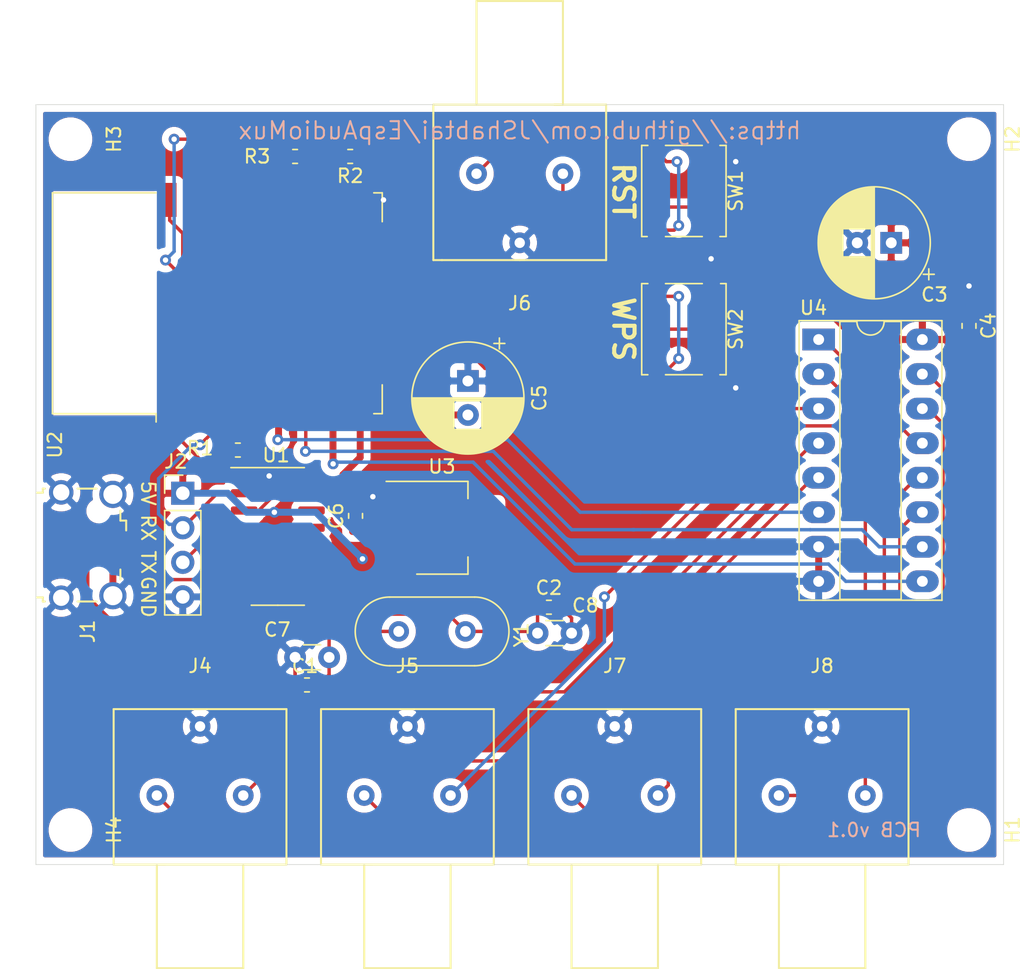
<source format=kicad_pcb>
(kicad_pcb (version 20171130) (host pcbnew 5.1.2)
  (title_block (title "ESP Audio Mux") (rev 0.1) (comment 3 "License: TODO") (comment 4 "Author: Joshua Shabtai"))
  (layers (0 F.Cu signal) (31 B.Cu signal) (34 B.Paste user) (35 F.Paste user) (36 B.SilkS user) (37 F.SilkS user) (38 B.Mask user) (39 F.Mask user) (44 Edge.Cuts user))
  (net 0 "")
  (net 1 GND)
  (net 2 "Net-(C1-Pad1)")
  (net 3 "Net-(C2-Pad1)")
  (net 4 +5V)
  (net 5 +3V3)
  (net 6 "Net-(J1-Pad4)")
  (net 7 "Net-(J1-Pad3)")
  (net 8 "Net-(J1-Pad2)")
  (net 9 /TX)
  (net 10 /RX)
  (net 11 "Net-(J4-Pad2)")
  (net 12 "Net-(J4-Pad1)")
  (net 13 "Net-(J5-Pad2)")
  (net 14 "Net-(J5-Pad1)")
  (net 15 "Net-(J6-Pad2)")
  (net 16 "Net-(J6-Pad1)")
  (net 17 "Net-(J7-Pad2)")
  (net 18 "Net-(J7-Pad1)")
  (net 19 "Net-(J8-Pad2)")
  (net 20 "Net-(J8-Pad1)")
  (net 21 "Net-(R1-Pad1)")
  (net 22 "Net-(R2-Pad2)")
  (net 23 "Net-(R3-Pad1)")
  (net 24 "Net-(SW1-Pad2)")
  (net 25 "Net-(SW2-Pad1)")
  (net 26 "Net-(U1-Pad15)")
  (net 27 "Net-(U2-Pad20)")
  (net 28 "Net-(U2-Pad19)")
  (net 29 "Net-(U2-Pad14)")
  (net 30 "Net-(U2-Pad13)")
  (net 31 "Net-(U2-Pad12)")
  (net 32 "Net-(U2-Pad11)")
  (net 33 "Net-(U2-Pad10)")
  (net 34 "Net-(U2-Pad9)")
  (net 35 /B)
  (net 36 /A)
  (net 37 /MUX_EN)
  (net 38 "Net-(U2-Pad4)")
  (net 39 "Net-(U2-Pad2)")
  (net 40 "Net-(U1-Pad14)")
  (net 41 "Net-(U1-Pad13)")
  (net 42 "Net-(U1-Pad12)")
  (net 43 "Net-(U1-Pad11)")
  (net 44 "Net-(U1-Pad10)")
  (net 45 "Net-(U1-Pad9)")
  (module Capacitor_SMD:C_0603_1608Metric_Pad1.05x0.95mm_HandSolder (layer F.Cu) (at 225.03 129.667)
    (fp_text reference C2 (at 0 -1.43) (layer F.SilkS))
    (fp_text value 22p)
    (pad 2 smd roundrect (at 0.875 0) (size 1.05 0.95) (layers F.Cu F.Paste F.Mask) (net 1 GND))
    (pad 1 smd roundrect (at -0.875 0) (size 1.05 0.95) (layers F.Cu F.Paste F.Mask) (net 3 "Net-(C2-Pad1)"))
  )
  (module Crystal:Crystal_HC18-U_Vertical (layer F.Cu) (at 213.995 131.445)
    (fp_text reference Y1 (at 9.017 0.254 270) (layer F.SilkS))
    (fp_text value 12MHz)
    (pad 2 thru_hole circle (at 4.9 0) (size 1.5 1.5) (drill 0.8) (layers *.Cu *.Mask) (net 3 "Net-(C2-Pad1)"))
    (pad 1 thru_hole circle (at 0 0) (size 1.5 1.5) (drill 0.8) (layers *.Cu *.Mask) (net 2 "Net-(C1-Pad1)"))
  )
  (module Package_DIP:DIP-16_W7.62mm_Socket_LongPads (layer F.Cu) (at 244.856 109.982)
    (fp_text reference U4 (at -0.381 -2.33) (layer F.SilkS))
    (fp_text value 4052)
    (pad 16 thru_hole oval (at 7.62 0) (size 2.4 1.6) (drill 0.8) (layers *.Cu *.Mask) (net 4 +5V))
    (pad 8 thru_hole oval (at 0 17.78) (size 2.4 1.6) (drill 0.8) (layers *.Cu *.Mask) (net 1 GND))
    (pad 15 thru_hole oval (at 7.62 2.54) (size 2.4 1.6) (drill 0.8) (layers *.Cu *.Mask) (net 13 "Net-(J5-Pad2)"))
    (pad 7 thru_hole oval (at 0 15.24) (size 2.4 1.6) (drill 0.8) (layers *.Cu *.Mask) (net 1 GND))
    (pad 14 thru_hole oval (at 7.62 5.08) (size 2.4 1.6) (drill 0.8) (layers *.Cu *.Mask) (net 17 "Net-(J7-Pad2)"))
    (pad 6 thru_hole oval (at 0 12.7) (size 2.4 1.6) (drill 0.8) (layers *.Cu *.Mask) (net 37 /MUX_EN))
    (pad 13 thru_hole oval (at 7.62 7.62) (size 2.4 1.6) (drill 0.8) (layers *.Cu *.Mask) (net 16 "Net-(J6-Pad1)"))
    (pad 5 thru_hole oval (at 0 10.16) (size 2.4 1.6) (drill 0.8) (layers *.Cu *.Mask) (net 18 "Net-(J7-Pad1)"))
    (pad 12 thru_hole oval (at 7.62 10.16) (size 2.4 1.6) (drill 0.8) (layers *.Cu *.Mask) (net 19 "Net-(J8-Pad2)"))
    (pad 4 thru_hole oval (at 0 7.62) (size 2.4 1.6) (drill 0.8) (layers *.Cu *.Mask) (net 12 "Net-(J4-Pad1)"))
    (pad 11 thru_hole oval (at 7.62 12.7) (size 2.4 1.6) (drill 0.8) (layers *.Cu *.Mask) (net 11 "Net-(J4-Pad2)"))
    (pad 3 thru_hole oval (at 0 5.08) (size 2.4 1.6) (drill 0.8) (layers *.Cu *.Mask) (net 15 "Net-(J6-Pad2)"))
    (pad 10 thru_hole oval (at 7.62 15.24) (size 2.4 1.6) (drill 0.8) (layers *.Cu *.Mask) (net 36 /A))
    (pad 2 thru_hole oval (at 0 2.54) (size 2.4 1.6) (drill 0.8) (layers *.Cu *.Mask) (net 14 "Net-(J5-Pad1)"))
    (pad 9 thru_hole oval (at 7.62 17.78) (size 2.4 1.6) (drill 0.8) (layers *.Cu *.Mask) (net 35 /B))
    (pad 1 thru_hole rect (at 0 0) (size 2.4 1.6) (drill 0.8) (layers *.Cu *.Mask) (net 20 "Net-(J8-Pad1)"))
  )
  (module Package_TO_SOT_SMD:SOT-223-3_TabPin2 (layer F.Cu) (at 217.17 123.825)
    (fp_text reference U3 (at 0 -4.5) (layer F.SilkS))
    (fp_text value AMS1117-3.3)
    (pad 1 smd rect (at -3.15 -2.3) (size 2 1.5) (layers F.Cu F.Paste F.Mask) (net 1 GND))
    (pad 3 smd rect (at -3.15 2.3) (size 2 1.5) (layers F.Cu F.Paste F.Mask) (net 4 +5V))
    (pad 2 smd rect (at -3.15 0) (size 2 1.5) (layers F.Cu F.Paste F.Mask) (net 5 +3V3))
    (pad 2 smd rect (at 3.15 0) (size 2 3.8) (layers F.Cu F.Paste F.Mask) (net 5 +3V3))
  )
  (module RF_Module:ESP-12E (layer F.Cu) (at 200.66 107.315 90)
    (fp_text reference U2 (at -10.414 -11.938 90) (layer F.SilkS))
    (fp_text value ESP-12F)
    (pad 22 smd rect (at 7.6 -3.5 90) (size 2.5 1) (layers F.Cu F.Paste F.Mask) (net 9 /TX))
    (pad 21 smd rect (at 7.6 -1.5 90) (size 2.5 1) (layers F.Cu F.Paste F.Mask) (net 10 /RX))
    (pad 20 smd rect (at 7.6 0.5 90) (size 2.5 1) (layers F.Cu F.Paste F.Mask) (net 27 "Net-(U2-Pad20)"))
    (pad 19 smd rect (at 7.6 2.5 90) (size 2.5 1) (layers F.Cu F.Paste F.Mask) (net 28 "Net-(U2-Pad19)"))
    (pad 18 smd rect (at 7.6 4.5 90) (size 2.5 1) (layers F.Cu F.Paste F.Mask) (net 25 "Net-(SW2-Pad1)"))
    (pad 17 smd rect (at 7.6 6.5 90) (size 2.5 1) (layers F.Cu F.Paste F.Mask) (net 23 "Net-(R3-Pad1)"))
    (pad 16 smd rect (at 7.6 8.5 90) (size 2.5 1) (layers F.Cu F.Paste F.Mask) (net 22 "Net-(R2-Pad2)"))
    (pad 15 smd rect (at 7.6 10.5 90) (size 2.5 1) (layers F.Cu F.Paste F.Mask) (net 1 GND))
    (pad 14 smd rect (at 5 12 90) (size 1 1.8) (layers F.Cu F.Paste F.Mask) (net 29 "Net-(U2-Pad14)"))
    (pad 13 smd rect (at 3 12 90) (size 1 1.8) (layers F.Cu F.Paste F.Mask) (net 30 "Net-(U2-Pad13)"))
    (pad 12 smd rect (at 1 12 90) (size 1 1.8) (layers F.Cu F.Paste F.Mask) (net 31 "Net-(U2-Pad12)"))
    (pad 11 smd rect (at -1 12 90) (size 1 1.8) (layers F.Cu F.Paste F.Mask) (net 32 "Net-(U2-Pad11)"))
    (pad 10 smd rect (at -3 12 90) (size 1 1.8) (layers F.Cu F.Paste F.Mask) (net 33 "Net-(U2-Pad10)"))
    (pad 9 smd rect (at -5 12 90) (size 1 1.8) (layers F.Cu F.Paste F.Mask) (net 34 "Net-(U2-Pad9)"))
    (pad 8 smd rect (at -7.6 10.5 90) (size 2.5 1) (layers F.Cu F.Paste F.Mask) (net 5 +3V3))
    (pad 7 smd rect (at -7.6 8.5 90) (size 2.5 1) (layers F.Cu F.Paste F.Mask) (net 35 /B))
    (pad 6 smd rect (at -7.6 6.5 90) (size 2.5 1) (layers F.Cu F.Paste F.Mask) (net 36 /A))
    (pad 5 smd rect (at -7.6 4.5 90) (size 2.5 1) (layers F.Cu F.Paste F.Mask) (net 37 /MUX_EN))
    (pad 4 smd rect (at -7.6 2.5 90) (size 2.5 1) (layers F.Cu F.Paste F.Mask) (net 38 "Net-(U2-Pad4)"))
    (pad 3 smd rect (at -7.6 0.5 90) (size 2.5 1) (layers F.Cu F.Paste F.Mask) (net 21 "Net-(R1-Pad1)"))
    (pad 2 smd rect (at -7.6 -1.5 90) (size 2.5 1) (layers F.Cu F.Paste F.Mask) (net 39 "Net-(U2-Pad2)"))
    (pad 1 smd rect (at -7.6 -3.5 90) (size 2.5 1) (layers F.Cu F.Paste F.Mask) (net 24 "Net-(SW1-Pad2)"))
  )
  (module Package_SO:SOIC-16_3.9x9.9mm_P1.27mm (layer F.Cu) (at 205.105 124.46)
    (fp_text reference U1 (at -0.127 -5.969) (layer F.SilkS))
    (fp_text value CH340G)
    (pad 16 smd roundrect (at 2.475 -4.445) (size 1.95 0.6) (layers F.Cu F.Paste F.Mask) (net 4 +5V))
    (pad 15 smd roundrect (at 2.475 -3.175) (size 1.95 0.6) (layers F.Cu F.Paste F.Mask) (net 26 "Net-(U1-Pad15)"))
    (pad 14 smd roundrect (at 2.475 -1.905) (size 1.95 0.6) (layers F.Cu F.Paste F.Mask) (net 40 "Net-(U1-Pad14)"))
    (pad 13 smd roundrect (at 2.475 -0.635) (size 1.95 0.6) (layers F.Cu F.Paste F.Mask) (net 41 "Net-(U1-Pad13)"))
    (pad 12 smd roundrect (at 2.475 0.635) (size 1.95 0.6) (layers F.Cu F.Paste F.Mask) (net 42 "Net-(U1-Pad12)"))
    (pad 11 smd roundrect (at 2.475 1.905) (size 1.95 0.6) (layers F.Cu F.Paste F.Mask) (net 43 "Net-(U1-Pad11)"))
    (pad 10 smd roundrect (at 2.475 3.175) (size 1.95 0.6) (layers F.Cu F.Paste F.Mask) (net 44 "Net-(U1-Pad10)"))
    (pad 9 smd roundrect (at 2.475 4.445) (size 1.95 0.6) (layers F.Cu F.Paste F.Mask) (net 45 "Net-(U1-Pad9)"))
    (pad 8 smd roundrect (at -2.475 4.445) (size 1.95 0.6) (layers F.Cu F.Paste F.Mask) (net 3 "Net-(C2-Pad1)"))
    (pad 7 smd roundrect (at -2.475 3.175) (size 1.95 0.6) (layers F.Cu F.Paste F.Mask) (net 2 "Net-(C1-Pad1)"))
    (pad 6 smd roundrect (at -2.475 1.905) (size 1.95 0.6) (layers F.Cu F.Paste F.Mask) (net 8 "Net-(J1-Pad2)"))
    (pad 5 smd roundrect (at -2.475 0.635) (size 1.95 0.6) (layers F.Cu F.Paste F.Mask) (net 7 "Net-(J1-Pad3)"))
    (pad 4 smd roundrect (at -2.475 -0.635) (size 1.95 0.6) (layers F.Cu F.Paste F.Mask) (net 4 +5V))
    (pad 3 smd roundrect (at -2.475 -1.905) (size 1.95 0.6) (layers F.Cu F.Paste F.Mask) (net 9 /TX))
    (pad 2 smd roundrect (at -2.475 -3.175) (size 1.95 0.6) (layers F.Cu F.Paste F.Mask) (net 10 /RX))
    (pad 1 smd roundrect (at -2.475 -4.445) (size 1.95 0.6) (layers F.Cu F.Paste F.Mask) (net 1 GND))
  )
  (module Button_Switch_SMD:SW_SPST_EVQP0 (layer F.Cu) (at 234.95 109.22 90)
    (fp_text reference SW2 (at 0 3.81 90) (layer F.SilkS))
    (fp_text value SW_SPST)
    (pad 2 smd rect (at 2.88 2 90) (size 2.75 1) (layers F.Cu F.Paste F.Mask) (net 1 GND))
    (pad 2 smd rect (at -2.88 2 90) (size 2.75 1) (layers F.Cu F.Paste F.Mask) (net 1 GND))
    (pad 1 smd rect (at -2.88 -2 90) (size 2.75 1) (layers F.Cu F.Paste F.Mask) (net 25 "Net-(SW2-Pad1)"))
    (pad 1 smd rect (at 2.88 -2 90) (size 2.75 1) (layers F.Cu F.Paste F.Mask) (net 25 "Net-(SW2-Pad1)"))
  )
  (module Button_Switch_SMD:SW_SPST_EVQP0 (layer F.Cu) (at 234.95 99.06 270)
    (fp_text reference SW1 (at 0 -3.81 90) (layer F.SilkS))
    (fp_text value SW_SPST)
    (pad 2 smd rect (at 2.88 2 270) (size 2.75 1) (layers F.Cu F.Paste F.Mask) (net 24 "Net-(SW1-Pad2)"))
    (pad 2 smd rect (at -2.88 2 270) (size 2.75 1) (layers F.Cu F.Paste F.Mask) (net 24 "Net-(SW1-Pad2)"))
    (pad 1 smd rect (at -2.88 -2 270) (size 2.75 1) (layers F.Cu F.Paste F.Mask) (net 1 GND))
    (pad 1 smd rect (at 2.88 -2 270) (size 2.75 1) (layers F.Cu F.Paste F.Mask) (net 1 GND))
  )
  (module Resistor_SMD:R_0603_1608Metric_Pad1.05x0.95mm_HandSolder (layer F.Cu) (at 206.375 96.52 180)
    (fp_text reference R3 (at 2.794 0) (layer F.SilkS))
    (fp_text value R)
    (pad 2 smd roundrect (at 0.875 0 180) (size 1.05 0.95) (layers F.Cu F.Paste F.Mask) (net 5 +3V3))
    (pad 1 smd roundrect (at -0.875 0 180) (size 1.05 0.95) (layers F.Cu F.Paste F.Mask) (net 23 "Net-(R3-Pad1)"))
  )
  (module Resistor_SMD:R_0603_1608Metric_Pad1.05x0.95mm_HandSolder (layer F.Cu) (at 210.425 96.52 180)
    (fp_text reference R2 (at 0 -1.43) (layer F.SilkS))
    (fp_text value R)
    (pad 2 smd roundrect (at 0.875 0 180) (size 1.05 0.95) (layers F.Cu F.Paste F.Mask) (net 22 "Net-(R2-Pad2)"))
    (pad 1 smd roundrect (at -0.875 0 180) (size 1.05 0.95) (layers F.Cu F.Paste F.Mask) (net 1 GND))
  )
  (module Resistor_SMD:R_0603_1608Metric_Pad1.05x0.95mm_HandSolder (layer F.Cu) (at 202.17 118.11)
    (fp_text reference R1 (at -2.78 -0.127) (layer F.SilkS))
    (fp_text value R)
    (pad 2 smd roundrect (at 0.875 0) (size 1.05 0.95) (layers F.Cu F.Paste F.Mask) (net 5 +3V3))
    (pad 1 smd roundrect (at -0.875 0) (size 1.05 0.95) (layers F.Cu F.Paste F.Mask) (net 21 "Net-(R1-Pad1)"))
  )
  (module kicad:RCA_3.5mm (layer F.Cu) (at 245.11 143.51 180)
    (fp_text reference J8 (at 0 9.525) (layer F.SilkS))
    (fp_text value Conn_Coaxial_x2)
    (pad 3 thru_hole circle (at 0 5.08 180) (size 1.524 1.524) (drill 0.762) (layers *.Cu *.Mask) (net 1 GND))
    (pad 2 thru_hole circle (at 3.175 0 180) (size 1.524 1.524) (drill 0.762) (layers *.Cu *.Mask) (net 19 "Net-(J8-Pad2)"))
    (pad 1 thru_hole circle (at -3.175 0 180) (size 1.524 1.524) (drill 0.762) (layers *.Cu *.Mask) (net 20 "Net-(J8-Pad1)"))
  )
  (module kicad:RCA_3.5mm (layer F.Cu) (at 229.87 143.51 180)
    (fp_text reference J7 (at 0 9.525) (layer F.SilkS))
    (fp_text value Conn_Coaxial_x2)
    (pad 3 thru_hole circle (at 0 5.08 180) (size 1.524 1.524) (drill 0.762) (layers *.Cu *.Mask) (net 1 GND))
    (pad 2 thru_hole circle (at 3.175 0 180) (size 1.524 1.524) (drill 0.762) (layers *.Cu *.Mask) (net 17 "Net-(J7-Pad2)"))
    (pad 1 thru_hole circle (at -3.175 0 180) (size 1.524 1.524) (drill 0.762) (layers *.Cu *.Mask) (net 18 "Net-(J7-Pad1)"))
  )
  (module kicad:RCA_3.5mm (layer F.Cu) (at 222.885 97.79)
    (fp_text reference J6 (at 0 9.525) (layer F.SilkS))
    (fp_text value Conn_Coaxial_x2)
    (pad 3 thru_hole circle (at 0 5.08) (size 1.524 1.524) (drill 0.762) (layers *.Cu *.Mask) (net 1 GND))
    (pad 2 thru_hole circle (at 3.175 0) (size 1.524 1.524) (drill 0.762) (layers *.Cu *.Mask) (net 15 "Net-(J6-Pad2)"))
    (pad 1 thru_hole circle (at -3.175 0) (size 1.524 1.524) (drill 0.762) (layers *.Cu *.Mask) (net 16 "Net-(J6-Pad1)"))
  )
  (module kicad:RCA_3.5mm (layer F.Cu) (at 214.63 143.51 180)
    (fp_text reference J5 (at 0 9.525) (layer F.SilkS))
    (fp_text value Conn_Coaxial_x2)
    (pad 3 thru_hole circle (at 0 5.08 180) (size 1.524 1.524) (drill 0.762) (layers *.Cu *.Mask) (net 1 GND))
    (pad 2 thru_hole circle (at 3.175 0 180) (size 1.524 1.524) (drill 0.762) (layers *.Cu *.Mask) (net 13 "Net-(J5-Pad2)"))
    (pad 1 thru_hole circle (at -3.175 0 180) (size 1.524 1.524) (drill 0.762) (layers *.Cu *.Mask) (net 14 "Net-(J5-Pad1)"))
  )
  (module kicad:RCA_3.5mm (layer F.Cu) (at 199.39 143.51 180)
    (fp_text reference J4 (at 0 9.525) (layer F.SilkS))
    (fp_text value Conn_Coaxial_x2)
    (pad 3 thru_hole circle (at 0 5.08 180) (size 1.524 1.524) (drill 0.762) (layers *.Cu *.Mask) (net 1 GND))
    (pad 2 thru_hole circle (at 3.175 0 180) (size 1.524 1.524) (drill 0.762) (layers *.Cu *.Mask) (net 11 "Net-(J4-Pad2)"))
    (pad 1 thru_hole circle (at -3.175 0 180) (size 1.524 1.524) (drill 0.762) (layers *.Cu *.Mask) (net 12 "Net-(J4-Pad1)"))
  )
  (module Connector_USB:USB_Micro-B_Wuerth_629105150521_CircularHoles (layer F.Cu) (at 191.135 125.095 270)
    (fp_text reference J1 (at 6.35 0 90) (layer F.SilkS))
    (fp_text value USB_B_Micro)
    (pad "" np_thru_hole circle (at 2.5 -0.8 270) (size 0.8 0.8) (drill 0.8) (layers *.Cu *.Mask))
    (pad "" np_thru_hole circle (at -2.5 -0.8 270) (size 0.8 0.8) (drill 0.8) (layers *.Cu *.Mask))
    (pad 6 thru_hole circle (at 3.875 1.95 270) (size 1.8 1.8) (drill 1.2) (layers *.Cu *.Mask) (net 1 GND))
    (pad 6 thru_hole circle (at -3.875 1.95 270) (size 1.8 1.8) (drill 1.2) (layers *.Cu *.Mask) (net 1 GND))
    (pad 6 thru_hole circle (at 3.725 -1.85 270) (size 2 2) (drill 1.4) (layers *.Cu *.Mask) (net 1 GND))
    (pad 6 thru_hole circle (at -3.725 -1.85 270) (size 2 2) (drill 1.4) (layers *.Cu *.Mask) (net 1 GND))
    (pad 5 smd rect (at 1.3 -1.9 270) (size 0.45 1.3) (layers F.Cu F.Paste F.Mask) (net 1 GND))
    (pad 4 smd rect (at 0.65 -1.9 270) (size 0.45 1.3) (layers F.Cu F.Paste F.Mask) (net 6 "Net-(J1-Pad4)"))
    (pad 3 smd rect (at 0 -1.9 270) (size 0.45 1.3) (layers F.Cu F.Paste F.Mask) (net 7 "Net-(J1-Pad3)"))
    (pad 2 smd rect (at -0.65 -1.9 270) (size 0.45 1.3) (layers F.Cu F.Paste F.Mask) (net 8 "Net-(J1-Pad2)"))
    (pad 1 smd rect (at -1.3 -1.9 270) (size 0.45 1.3) (layers F.Cu F.Paste F.Mask) (net 4 +5V))
  )
  (module Capacitor_SMD:C_0603_1608Metric_Pad1.05x0.95mm_HandSolder (layer F.Cu) (at 210.82 122.95 90)
    (fp_text reference C6 (at 0 -1.43 90) (layer F.SilkS))
    (fp_text value 100n)
    (pad 2 smd roundrect (at 0.875 0 90) (size 1.05 0.95) (layers F.Cu F.Paste F.Mask) (net 1 GND))
    (pad 1 smd roundrect (at -0.875 0 90) (size 1.05 0.95) (layers F.Cu F.Paste F.Mask) (net 5 +3V3))
  )
  (module Capacitor_THT:CP_Radial_D8.0mm_P2.50mm (layer F.Cu) (at 219.075 113.03 270)
    (fp_text reference C5 (at 1.25 -5.25 90) (layer F.SilkS))
    (fp_text value 100u)
    (pad 2 thru_hole circle (at 2.5 0 270) (size 1.6 1.6) (drill 0.8) (layers *.Cu *.Mask) (net 5 +3V3))
    (pad 1 thru_hole rect (at 0 0 270) (size 1.6 1.6) (drill 0.8) (layers *.Cu *.Mask) (net 1 GND))
  )
  (module Capacitor_SMD:C_0603_1608Metric_Pad1.05x0.95mm_HandSolder (layer F.Cu) (at 255.905 108.98 270)
    (fp_text reference C4 (at 0 -1.43 90) (layer F.SilkS))
    (fp_text value 100n)
    (pad 2 smd roundrect (at 0.875 0 270) (size 1.05 0.95) (layers F.Cu F.Paste F.Mask) (net 4 +5V))
    (pad 1 smd roundrect (at -0.875 0 270) (size 1.05 0.95) (layers F.Cu F.Paste F.Mask) (net 1 GND))
  )
  (module Capacitor_THT:CP_Radial_D8.0mm_P2.50mm (layer F.Cu) (at 250.19 102.87 180)
    (fp_text reference C3 (at -3.175 -3.81) (layer F.SilkS))
    (fp_text value 100u)
    (pad 2 thru_hole circle (at 2.5 0 180) (size 1.6 1.6) (drill 0.8) (layers *.Cu *.Mask) (net 1 GND))
    (pad 1 thru_hole rect (at 0 0 180) (size 1.6 1.6) (drill 0.8) (layers *.Cu *.Mask) (net 4 +5V))
  )
  (module Capacitor_SMD:C_0603_1608Metric_Pad1.05x0.95mm_HandSolder (layer F.Cu) (at 207.25 135.382 180)
    (fp_text reference C1 (at 0.141 1.397) (layer F.SilkS))
    (fp_text value 22p)
    (pad 2 smd roundrect (at 0.875 0 180) (size 1.05 0.95) (layers F.Cu F.Paste F.Mask) (net 1 GND))
    (pad 1 smd roundrect (at -0.875 0 180) (size 1.05 0.95) (layers F.Cu F.Paste F.Mask) (net 2 "Net-(C1-Pad1)"))
  )
  (module Connector_PinHeader_2.54mm:PinHeader_1x04_P2.54mm_Vertical (layer F.Cu) (at 198.12 121.285)
    (fp_text reference J2 (at -0.508 -2.33) (layer F.SilkS))
    (fp_text value Conn_01x04)
    (pad 1 thru_hole rect (at 0 0) (size 1.7 1.7) (drill 1) (layers *.Cu *.Mask) (net 4 +5V))
    (pad 2 thru_hole oval (at 0 2.54) (size 1.7 1.7) (drill 1) (layers *.Cu *.Mask) (net 10 /RX))
    (pad 3 thru_hole oval (at 0 5.08) (size 1.7 1.7) (drill 1) (layers *.Cu *.Mask) (net 9 /TX))
    (pad 4 thru_hole oval (at 0 7.62) (size 1.7 1.7) (drill 1) (layers *.Cu *.Mask) (net 1 GND))
  )
  (module Capacitor_THT:C_Disc_D3.0mm_W1.6mm_P2.50mm (layer F.Cu) (at 208.875 133.35 180)
    (fp_text reference C7 (at 3.81 2.032) (layer F.SilkS))
    (fp_text value 22p)
    (pad 2 thru_hole circle (at 2.5 0 180) (size 1.6 1.6) (drill 0.8) (layers *.Cu *.Mask) (net 1 GND))
    (pad 1 thru_hole circle (at 0 0 180) (size 1.6 1.6) (drill 0.8) (layers *.Cu *.Mask) (net 2 "Net-(C1-Pad1)"))
  )
  (module Capacitor_THT:C_Disc_D3.0mm_W1.6mm_P2.50mm (layer F.Cu) (at 224.195 131.572)
    (fp_text reference C8 (at 3.516 -2.032) (layer F.SilkS))
    (fp_text value 22p)
    (pad 1 thru_hole circle (at 0 0) (size 1.6 1.6) (drill 0.8) (layers *.Cu *.Mask) (net 3 "Net-(C2-Pad1)"))
    (pad 2 thru_hole circle (at 2.5 0) (size 1.6 1.6) (drill 0.8) (layers *.Cu *.Mask) (net 1 GND))
  )
  (module MountingHole:MountingHole_2.2mm_M2 (layer F.Cu) (at 255.905 146.05 270)
    (fp_text reference H1 (at 0 -3.2 90) (layer F.SilkS))
    (fp_text value MountingHole)
    (pad 1 np_thru_hole circle (at 0 0 270) (size 2.2 2.2) (drill 2.2) (layers *.Cu *.Mask))
  )
  (module MountingHole:MountingHole_2.2mm_M2 (layer F.Cu) (at 255.905 95.25 270)
    (fp_text reference H2 (at 0 -3.2 90) (layer F.SilkS))
    (fp_text value MountingHole)
    (pad 1 np_thru_hole circle (at 0 0 270) (size 2.2 2.2) (drill 2.2) (layers *.Cu *.Mask))
  )
  (module MountingHole:MountingHole_2.2mm_M2 (layer F.Cu) (at 189.865 95.25 270)
    (fp_text reference H3 (at 0 -3.2 90) (layer F.SilkS))
    (fp_text value MountingHole)
    (pad 1 np_thru_hole circle (at 0 0 270) (size 2.2 2.2) (drill 2.2) (layers *.Cu *.Mask))
  )
  (module MountingHole:MountingHole_2.2mm_M2 (layer F.Cu) (at 189.865 146.05 270)
    (fp_text reference H4 (at 0 -3.2 90) (layer F.SilkS))
    (fp_text value MountingHole)
    (pad 1 np_thru_hole circle (at 0 0 270) (size 2.2 2.2) (drill 2.2) (layers *.Cu *.Mask))
  )
  (gr_text "PCB v0.1" (at 248.92 146.05) (layer B.SilkS) (effects (font (size 1 1)) (justify mirror)))
  (gr_text https://github.com/JShabtai/EspAudioMux (at 222.885 94.615) (layer B.SilkS) (effects (font (size 1.27 1.27)) (justify mirror)))
  (gr_text GND (at 195.58 128.905 270) (layer F.SilkS) (effects (font (size 1 1))))
  (gr_text TX (at 195.58 126.365 270) (layer F.SilkS) (effects (font (size 1 1))))
  (gr_text RX (at 195.58 123.825 270) (layer F.SilkS) (effects (font (size 1 1))))
  (gr_text 5V (at 195.58 121.285 270) (layer F.SilkS) (effects (font (size 1 1))))
  (gr_text WPS (at 230.505 109.22 270) (layer F.SilkS) (effects (font (size 1.5 1.5) (thickness 0.3))))
  (gr_text RST (at 230.505 99.06 270) (layer F.SilkS) (effects (font (size 1.5 1.5) (thickness 0.3))))
  (gr_line (start 219.71 92.71) (end 258.445 92.71) (layer Edge.Cuts) (width 0.05))
  (gr_line (start 219.71 92.71) (end 187.325 92.71) (layer Edge.Cuts) (width 0.05))
  (gr_line (start 187.325 148.59) (end 187.325 121.285) (layer Edge.Cuts) (width 0.05))
  (gr_line (start 258.445 148.59) (end 187.325 148.59) (layer Edge.Cuts) (width 0.05))
  (gr_line (start 258.445 92.71) (end 258.445 148.59) (layer Edge.Cuts) (width 0.05))
  (gr_line (start 187.325 121.285) (end 187.325 92.71) (layer Edge.Cuts) (width 0.05))
  (segment (start 226.655 131.612) (end 226.695 131.572) (width 0.25) (layer F.Cu) (net 1))
  (segment (start 208.875 134.632) (end 208.125 135.382) (width 0.25) (layer F.Cu) (net 2))
  (segment (start 208.875 133.477) (end 208.875 134.632) (width 0.25) (layer F.Cu) (net 2))
  (segment (start 226.695 130.457) (end 225.905 129.667) (width 0.25) (layer F.Cu) (net 1))
  (segment (start 226.695 131.572) (end 226.695 130.457) (width 0.25) (layer F.Cu) (net 1))
  (via (at 212.09 121.539) (size 0.8) (drill 0.4) (layers F.Cu B.Cu) (net 1))
  (segment (start 210.82 122.075) (end 211.554 122.075) (width 0.508) (layer F.Cu) (net 1))
  (segment (start 211.554 122.075) (end 212.09 121.539) (width 0.508) (layer F.Cu) (net 1))
  (segment (start 214.006 121.539) (end 214.02 121.525) (width 0.508) (layer F.Cu) (net 1))
  (segment (start 212.09 121.539) (end 214.006 121.539) (width 0.508) (layer F.Cu) (net 1))
  (segment (start 211.16 99.715) (end 212.872 99.715) (width 0.508) (layer F.Cu) (net 1))
  (via (at 212.872 99.715) (size 0.8) (drill 0.4) (layers F.Cu B.Cu) (net 1))
  (segment (start 202.63 120.015) (end 204.47 120.015) (width 0.25) (layer F.Cu) (net 1))
  (via (at 204.47 120.015) (size 0.8) (drill 0.4) (layers F.Cu B.Cu) (net 1))
  (segment (start 244.856 125.222) (end 244.856 127.762) (width 0.508) (layer F.Cu) (net 1))
  (segment (start 211.3 99.575) (end 211.16 99.715) (width 0.25) (layer F.Cu) (net 1))
  (segment (start 211.3 96.52) (end 211.3 99.575) (width 0.25) (layer F.Cu) (net 1))
  (segment (start 206.375 133.477) (end 206.375 134.60837) (width 0.25) (layer F.Cu) (net 1))
  (segment (start 206.375 135.382) (end 206.375 134.747) (width 0.25) (layer F.Cu) (net 1))
  (segment (start 206.375 134.747) (end 206.375 133.477) (width 0.25) (layer F.Cu) (net 1))
  (via (at 255.905 106.045) (size 0.8) (drill 0.4) (layers F.Cu B.Cu) (net 1))
  (segment (start 255.905 108.105) (end 255.905 106.045) (width 0.508) (layer F.Cu) (net 1))
  (via (at 236.95 104.045) (size 0.8) (drill 0.4) (layers F.Cu B.Cu) (net 1))
  (segment (start 236.95 104.045) (end 236.95 106.34) (width 0.25) (layer F.Cu) (net 1))
  (segment (start 236.95 101.94) (end 236.95 104.045) (width 0.25) (layer F.Cu) (net 1))
  (via (at 238.76 96.901) (size 0.8) (drill 0.4) (layers F.Cu B.Cu) (net 1))
  (segment (start 236.95 96.18) (end 238.039 96.18) (width 0.25) (layer F.Cu) (net 1))
  (segment (start 238.039 96.18) (end 238.76 96.901) (width 0.25) (layer F.Cu) (net 1))
  (via (at 238.76 113.538) (size 0.8) (drill 0.4) (layers F.Cu B.Cu) (net 1))
  (segment (start 238.76 113.16) (end 238.76 113.538) (width 0.25) (layer F.Cu) (net 1))
  (segment (start 236.95 112.1) (end 237.7 112.1) (width 0.25) (layer F.Cu) (net 1))
  (segment (start 237.7 112.1) (end 238.76 113.16) (width 0.25) (layer F.Cu) (net 1))
  (segment (start 192.985 126.474001) (end 193.035 126.424001) (width 0.508) (layer F.Cu) (net 1))
  (segment (start 192.985 128.82) (end 192.985 126.474001) (width 0.508) (layer F.Cu) (net 1))
  (segment (start 202.63 127.635) (end 201.555 127.635) (width 0.25) (layer F.Cu) (net 2))
  (segment (start 200.66 130.175) (end 201.93 131.445) (width 0.25) (layer F.Cu) (net 2))
  (segment (start 201.555 127.635) (end 200.66 128.53) (width 0.25) (layer F.Cu) (net 2))
  (segment (start 212.93434 131.445) (end 213.995 131.445) (width 0.25) (layer F.Cu) (net 2))
  (segment (start 200.66 128.53) (end 200.66 130.175) (width 0.25) (layer F.Cu) (net 2))
  (segment (start 208.875 131.485) (end 208.915 131.445) (width 0.25) (layer F.Cu) (net 2))
  (segment (start 208.875 133.35) (end 208.875 131.485) (width 0.25) (layer F.Cu) (net 2))
  (segment (start 201.93 131.445) (end 208.915 131.445) (width 0.25) (layer F.Cu) (net 2))
  (segment (start 208.915 131.445) (end 212.93434 131.445) (width 0.25) (layer F.Cu) (net 2))
  (segment (start 223.74 131.117) (end 224.195 131.572) (width 0.25) (layer F.Cu) (net 3))
  (segment (start 224.195 129.707) (end 224.155 129.667) (width 0.25) (layer F.Cu) (net 3))
  (segment (start 224.195 131.572) (end 224.195 129.707) (width 0.25) (layer F.Cu) (net 3))
  (segment (start 205.105 128.905) (end 202.63 128.905) (width 0.25) (layer F.Cu) (net 3))
  (segment (start 218.895 131.445) (end 217.625 130.175) (width 0.25) (layer F.Cu) (net 3))
  (segment (start 206.375 130.175) (end 205.105 128.905) (width 0.25) (layer F.Cu) (net 3))
  (segment (start 217.625 130.175) (end 206.375 130.175) (width 0.25) (layer F.Cu) (net 3))
  (segment (start 224.068 131.445) (end 224.195 131.572) (width 0.25) (layer F.Cu) (net 3))
  (segment (start 218.895 131.445) (end 224.068 131.445) (width 0.25) (layer F.Cu) (net 3))
  (segment (start 194.048201 123.765999) (end 193.035 123.765999) (width 0.508) (layer F.Cu) (net 4))
  (segment (start 194.281001 123.765999) (end 194.048201 123.765999) (width 0.508) (layer F.Cu) (net 4))
  (segment (start 198.12 121.285) (end 196.762 121.285) (width 0.508) (layer F.Cu) (net 4))
  (segment (start 196.762 121.285) (end 194.281001 123.765999) (width 0.508) (layer F.Cu) (net 4))
  (segment (start 202.63 123.825) (end 203.708 123.825) (width 0.508) (layer F.Cu) (net 4))
  (via (at 204.851 122.682) (size 0.8) (drill 0.4) (layers F.Cu B.Cu) (net 4))
  (segment (start 203.708 123.825) (end 204.851 122.682) (width 0.508) (layer F.Cu) (net 4))
  (via (at 211.328 126.111) (size 0.8) (drill 0.4) (layers F.Cu B.Cu) (net 4))
  (segment (start 214.02 126.125) (end 211.342 126.125) (width 0.508) (layer F.Cu) (net 4))
  (segment (start 211.342 126.125) (end 211.328 126.111) (width 0.508) (layer F.Cu) (net 4))
  (segment (start 207.899 122.682) (end 204.851 122.682) (width 0.508) (layer B.Cu) (net 4))
  (segment (start 211.328 126.111) (end 207.899 122.682) (width 0.508) (layer B.Cu) (net 4))
  (segment (start 200.406 121.285) (end 198.12 121.285) (width 0.508) (layer B.Cu) (net 4))
  (segment (start 201.422 121.285) (end 200.406 121.285) (width 0.508) (layer B.Cu) (net 4))
  (segment (start 204.851 122.682) (end 202.819 122.682) (width 0.508) (layer B.Cu) (net 4))
  (segment (start 202.819 122.682) (end 201.422 121.285) (width 0.508) (layer B.Cu) (net 4))
  (segment (start 204.851 122.682) (end 205.774013 121.758987) (width 0.508) (layer F.Cu) (net 4))
  (segment (start 205.774013 120.745987) (end 206.505 120.015) (width 0.508) (layer F.Cu) (net 4))
  (segment (start 206.505 120.015) (end 207.58 120.015) (width 0.508) (layer F.Cu) (net 4))
  (segment (start 205.774013 121.758987) (end 205.774013 120.745987) (width 0.508) (layer F.Cu) (net 4))
  (segment (start 252.476 108.674) (end 252.476 109.982) (width 0.508) (layer F.Cu) (net 4))
  (segment (start 252.476 103.848) (end 252.476 108.674) (width 0.508) (layer F.Cu) (net 4))
  (segment (start 251.498 102.87) (end 252.476 103.848) (width 0.508) (layer F.Cu) (net 4))
  (segment (start 250.19 102.87) (end 251.498 102.87) (width 0.508) (layer F.Cu) (net 4))
  (segment (start 255.778 109.982) (end 255.905 109.855) (width 0.508) (layer F.Cu) (net 4))
  (segment (start 252.476 109.982) (end 255.778 109.982) (width 0.508) (layer F.Cu) (net 4))
  (segment (start 202.184 117.249) (end 202.184 112.141) (width 0.25) (layer F.Cu) (net 5))
  (segment (start 203.045 118.11) (end 202.184 117.249) (width 0.25) (layer F.Cu) (net 5))
  (segment (start 202.184 112.141) (end 203.835 110.49) (width 0.25) (layer F.Cu) (net 5))
  (segment (start 218.812 123.825) (end 214.02 123.825) (width 0.508) (layer F.Cu) (net 5))
  (segment (start 220.32 123.825) (end 218.812 123.825) (width 0.508) (layer F.Cu) (net 5))
  (segment (start 214.02 123.825) (end 210.82 123.825) (width 0.508) (layer F.Cu) (net 5))
  (segment (start 211.775 115.53) (end 211.16 114.915) (width 0.508) (layer F.Cu) (net 5))
  (segment (start 219.075 115.53) (end 211.775 115.53) (width 0.508) (layer F.Cu) (net 5))
  (segment (start 210.82 123.825) (end 209.89099 122.89599) (width 0.508) (layer F.Cu) (net 5))
  (segment (start 211.16 118.652924) (end 211.16 116.673) (width 0.508) (layer F.Cu) (net 5))
  (segment (start 209.89099 122.89599) (end 209.89099 119.921934) (width 0.508) (layer F.Cu) (net 5))
  (segment (start 209.89099 119.921934) (end 211.16 118.652924) (width 0.508) (layer F.Cu) (net 5))
  (segment (start 211.16 116.673) (end 211.16 114.915) (width 0.508) (layer F.Cu) (net 5))
  (segment (start 204.216 110.109) (end 203.835 110.49) (width 0.25) (layer F.Cu) (net 5))
  (segment (start 205.5 96.52) (end 204.216 97.804) (width 0.25) (layer F.Cu) (net 5))
  (segment (start 204.216 97.804) (end 204.216 110.109) (width 0.25) (layer F.Cu) (net 5))
  (segment (start 211.16 113.415) (end 211.16 114.915) (width 0.25) (layer F.Cu) (net 5))
  (segment (start 211.16 113.37) (end 211.16 113.415) (width 0.25) (layer F.Cu) (net 5))
  (segment (start 203.835 110.49) (end 204.089 110.236) (width 0.25) (layer F.Cu) (net 5))
  (segment (start 208.026 110.236) (end 211.16 113.37) (width 0.25) (layer F.Cu) (net 5))
  (segment (start 204.089 110.236) (end 208.026 110.236) (width 0.25) (layer F.Cu) (net 5))
  (segment (start 196.85 127.635) (end 194.31 125.095) (width 0.25) (layer F.Cu) (net 7))
  (segment (start 194.31 125.095) (end 193.035 125.095) (width 0.25) (layer F.Cu) (net 7))
  (segment (start 199.015 127.635) (end 196.85 127.635) (width 0.25) (layer F.Cu) (net 7))
  (segment (start 202.63 125.095) (end 201.555 125.095) (width 0.25) (layer F.Cu) (net 7))
  (segment (start 201.555 125.095) (end 199.015 127.635) (width 0.25) (layer F.Cu) (net 7))
  (segment (start 201.555 126.365) (end 202.63 126.365) (width 0.25) (layer F.Cu) (net 8))
  (segment (start 200.025 127.895) (end 201.555 126.365) (width 0.25) (layer F.Cu) (net 8))
  (segment (start 200.025 129.139501) (end 200.025 127.895) (width 0.25) (layer F.Cu) (net 8))
  (segment (start 192.135 124.445) (end 191.135 125.445) (width 0.25) (layer F.Cu) (net 8))
  (segment (start 191.135 128.905) (end 193.04 130.81) (width 0.25) (layer F.Cu) (net 8))
  (segment (start 193.035 124.445) (end 192.135 124.445) (width 0.25) (layer F.Cu) (net 8))
  (segment (start 191.135 125.445) (end 191.135 128.905) (width 0.25) (layer F.Cu) (net 8))
  (segment (start 193.04 130.81) (end 198.354501 130.81) (width 0.25) (layer F.Cu) (net 8))
  (segment (start 198.354501 130.81) (end 200.025 129.139501) (width 0.25) (layer F.Cu) (net 8))
  (segment (start 201.93 122.555) (end 202.63 122.555) (width 0.25) (layer F.Cu) (net 9))
  (segment (start 198.12 126.365) (end 201.93 122.555) (width 0.25) (layer F.Cu) (net 9))
  (segment (start 197.16 101.215) (end 198.12 102.175) (width 0.25) (layer F.Cu) (net 9))
  (segment (start 205.195002 121.064998) (end 203.705 122.555) (width 0.25) (layer F.Cu) (net 9))
  (segment (start 205.195002 119.666998) (end 205.195002 121.064998) (width 0.25) (layer F.Cu) (net 9))
  (segment (start 198.12 102.175) (end 198.12 117.532004) (width 0.25) (layer F.Cu) (net 9))
  (segment (start 197.16 99.715) (end 197.16 101.215) (width 0.25) (layer F.Cu) (net 9))
  (segment (start 203.705 122.555) (end 202.63 122.555) (width 0.25) (layer F.Cu) (net 9))
  (segment (start 199.713996 119.126) (end 204.654004 119.126) (width 0.25) (layer F.Cu) (net 9))
  (segment (start 198.12 117.532004) (end 199.713996 119.126) (width 0.25) (layer F.Cu) (net 9))
  (segment (start 204.654004 119.126) (end 205.195002 119.666998) (width 0.25) (layer F.Cu) (net 9))
  (segment (start 200.66 121.285) (end 202.63 121.285) (width 0.25) (layer F.Cu) (net 10))
  (segment (start 198.12 123.825) (end 200.66 121.285) (width 0.25) (layer F.Cu) (net 10))
  (via (at 199.389996 117.729) (size 0.8) (drill 0.4) (layers F.Cu B.Cu) (net 10))
  (segment (start 200.152 116.966996) (end 199.789995 117.329001) (width 0.25) (layer F.Cu) (net 10))
  (segment (start 200.152 102.207) (end 200.152 116.966996) (width 0.25) (layer F.Cu) (net 10))
  (segment (start 199.16 99.715) (end 199.16 101.215) (width 0.25) (layer F.Cu) (net 10))
  (segment (start 199.789995 117.329001) (end 199.389996 117.729) (width 0.25) (layer F.Cu) (net 10))
  (segment (start 199.16 101.215) (end 200.152 102.207) (width 0.25) (layer F.Cu) (net 10))
  (segment (start 197.866 123.571) (end 198.12 123.825) (width 0.25) (layer B.Cu) (net 10))
  (segment (start 196.342 120.211312) (end 196.342 122.809) (width 0.25) (layer B.Cu) (net 10))
  (segment (start 197.104 123.571) (end 197.866 123.571) (width 0.25) (layer B.Cu) (net 10))
  (segment (start 196.342 122.809) (end 197.104 123.571) (width 0.25) (layer B.Cu) (net 10))
  (segment (start 199.389996 117.729) (end 198.824312 117.729) (width 0.25) (layer B.Cu) (net 10))
  (segment (start 198.824312 117.729) (end 196.342 120.211312) (width 0.25) (layer B.Cu) (net 10))
  (segment (start 198.755 146.05) (end 196.976999 144.271999) (width 0.25) (layer F.Cu) (net 11))
  (segment (start 203.835 146.05) (end 198.755 146.05) (width 0.25) (layer F.Cu) (net 11))
  (segment (start 227.33 140.97) (end 208.915 140.97) (width 0.25) (layer F.Cu) (net 11))
  (segment (start 252.076 122.682) (end 250.825 123.933) (width 0.25) (layer F.Cu) (net 11))
  (segment (start 196.976999 144.271999) (end 196.215 143.51) (width 0.25) (layer F.Cu) (net 11))
  (segment (start 252.476 122.682) (end 252.076 122.682) (width 0.25) (layer F.Cu) (net 11))
  (segment (start 208.915 140.97) (end 203.835 146.05) (width 0.25) (layer F.Cu) (net 11))
  (segment (start 250.825 123.933) (end 250.825 144.399) (width 0.25) (layer F.Cu) (net 11))
  (segment (start 231.902 145.542) (end 227.33 140.97) (width 0.25) (layer F.Cu) (net 11))
  (segment (start 250.825 144.399) (end 249.682 145.542) (width 0.25) (layer F.Cu) (net 11))
  (segment (start 249.682 145.542) (end 231.902 145.542) (width 0.25) (layer F.Cu) (net 11))
  (segment (start 210.185 135.89) (end 202.565 143.51) (width 0.25) (layer F.Cu) (net 12))
  (segment (start 226.168 135.89) (end 210.185 135.89) (width 0.25) (layer F.Cu) (net 12))
  (segment (start 244.856 117.602) (end 244.456 117.602) (width 0.25) (layer F.Cu) (net 12))
  (segment (start 244.456 117.602) (end 226.168 135.89) (width 0.25) (layer F.Cu) (net 12))
  (segment (start 254.45102 114.09702) (end 252.876 112.522) (width 0.25) (layer F.Cu) (net 13))
  (segment (start 254.45102 143.31298) (end 254.45102 114.09702) (width 0.25) (layer F.Cu) (net 13))
  (segment (start 252.876 112.522) (end 252.476 112.522) (width 0.25) (layer F.Cu) (net 13))
  (segment (start 250.628989 147.135011) (end 254.45102 143.31298) (width 0.25) (layer F.Cu) (net 13))
  (segment (start 211.455 143.51) (end 215.080011 147.135011) (width 0.25) (layer F.Cu) (net 13))
  (segment (start 215.080011 147.135011) (end 250.628989 147.135011) (width 0.25) (layer F.Cu) (net 13))
  (segment (start 245.256 112.522) (end 246.761 114.027) (width 0.25) (layer F.Cu) (net 14))
  (segment (start 229.108 129.470685) (end 229.108 128.905) (width 0.25) (layer B.Cu) (net 14))
  (segment (start 246.761 115.697) (end 246.126 116.332) (width 0.25) (layer F.Cu) (net 14))
  (segment (start 246.761 114.027) (end 246.761 115.697) (width 0.25) (layer F.Cu) (net 14))
  (segment (start 229.108 132.207) (end 229.108 129.470685) (width 0.25) (layer B.Cu) (net 14))
  (segment (start 217.805 143.51) (end 229.108 132.207) (width 0.25) (layer B.Cu) (net 14))
  (via (at 229.108 128.905) (size 0.8) (drill 0.4) (layers F.Cu B.Cu) (net 14))
  (segment (start 241.681 116.332) (end 229.507999 128.505001) (width 0.25) (layer F.Cu) (net 14))
  (segment (start 246.126 116.332) (end 241.681 116.332) (width 0.25) (layer F.Cu) (net 14))
  (segment (start 229.507999 128.505001) (end 229.108 128.905) (width 0.25) (layer F.Cu) (net 14))
  (segment (start 244.856 112.522) (end 245.256 112.522) (width 0.25) (layer F.Cu) (net 14))
  (segment (start 236.530002 109.22) (end 242.372002 115.062) (width 0.25) (layer F.Cu) (net 15))
  (segment (start 226.06 97.79) (end 226.06 106.045) (width 0.25) (layer F.Cu) (net 15))
  (segment (start 242.372002 115.062) (end 244.856 115.062) (width 0.25) (layer F.Cu) (net 15))
  (segment (start 229.235 109.22) (end 236.530002 109.22) (width 0.25) (layer F.Cu) (net 15))
  (segment (start 226.06 106.045) (end 229.235 109.22) (width 0.25) (layer F.Cu) (net 15))
  (segment (start 252.076 117.602) (end 252.476 117.602) (width 0.25) (layer F.Cu) (net 16))
  (segment (start 248.92 114.446) (end 252.076 117.602) (width 0.25) (layer F.Cu) (net 16))
  (segment (start 221.615 95.885) (end 227.33 95.885) (width 0.25) (layer F.Cu) (net 16))
  (segment (start 219.71 97.79) (end 221.615 95.885) (width 0.25) (layer F.Cu) (net 16))
  (segment (start 227.33 95.885) (end 231.684999 100.239999) (width 0.25) (layer F.Cu) (net 16))
  (segment (start 231.684999 100.239999) (end 237.710001 100.239999) (width 0.25) (layer F.Cu) (net 16))
  (segment (start 237.710001 100.239999) (end 248.92 111.449998) (width 0.25) (layer F.Cu) (net 16))
  (segment (start 248.92 111.449998) (end 248.92 114.446) (width 0.25) (layer F.Cu) (net 16))
  (segment (start 252.876 115.062) (end 252.476 115.062) (width 0.25) (layer F.Cu) (net 17))
  (segment (start 254.00101 142.23899) (end 254.00101 116.18701) (width 0.25) (layer F.Cu) (net 17))
  (segment (start 250.19 146.05) (end 254.00101 142.23899) (width 0.25) (layer F.Cu) (net 17))
  (segment (start 226.695 143.51) (end 229.235 146.05) (width 0.25) (layer F.Cu) (net 17))
  (segment (start 254.00101 116.18701) (end 252.876 115.062) (width 0.25) (layer F.Cu) (net 17))
  (segment (start 229.235 146.05) (end 250.19 146.05) (width 0.25) (layer F.Cu) (net 17))
  (segment (start 244.456 120.142) (end 244.856 120.142) (width 0.25) (layer F.Cu) (net 18))
  (segment (start 233.806999 130.791001) (end 244.456 120.142) (width 0.25) (layer F.Cu) (net 18))
  (segment (start 233.806999 142.748001) (end 233.806999 130.791001) (width 0.25) (layer F.Cu) (net 18))
  (segment (start 233.045 143.51) (end 233.806999 142.748001) (width 0.25) (layer F.Cu) (net 18))
  (segment (start 243.01263 143.51) (end 241.935 143.51) (width 0.25) (layer F.Cu) (net 19))
  (segment (start 252.476 120.142) (end 252.076 120.142) (width 0.25) (layer F.Cu) (net 19))
  (segment (start 252.076 120.142) (end 249.682 122.536) (width 0.25) (layer F.Cu) (net 19))
  (segment (start 249.682 122.536) (end 249.682 144.123881) (width 0.25) (layer F.Cu) (net 19))
  (segment (start 249.682 144.123881) (end 248.771881 145.034) (width 0.25) (layer F.Cu) (net 19))
  (segment (start 248.771881 145.034) (end 247.65 145.034) (width 0.25) (layer F.Cu) (net 19))
  (segment (start 246.126 143.51) (end 243.01263 143.51) (width 0.25) (layer F.Cu) (net 19))
  (segment (start 247.65 145.034) (end 246.126 143.51) (width 0.25) (layer F.Cu) (net 19))
  (segment (start 245.256 109.982) (end 244.856 109.982) (width 0.25) (layer F.Cu) (net 20))
  (segment (start 248.285 113.011) (end 245.256 109.982) (width 0.25) (layer F.Cu) (net 20))
  (segment (start 248.285 143.51) (end 248.285 113.011) (width 0.25) (layer F.Cu) (net 20))
  (segment (start 201.16 117.975) (end 201.295 118.11) (width 0.25) (layer F.Cu) (net 21))
  (segment (start 201.16 114.915) (end 201.16 117.975) (width 0.25) (layer F.Cu) (net 21))
  (segment (start 209.16 100.465) (end 208.824999 100.800001) (width 0.25) (layer F.Cu) (net 22))
  (segment (start 209.16 99.715) (end 209.16 100.465) (width 0.25) (layer F.Cu) (net 22))
  (segment (start 209.16 96.91) (end 209.55 96.52) (width 0.25) (layer F.Cu) (net 22))
  (segment (start 209.16 99.715) (end 209.16 96.91) (width 0.25) (layer F.Cu) (net 22))
  (segment (start 207.16 98.747) (end 207.16 99.715) (width 0.25) (layer F.Cu) (net 23))
  (segment (start 207.16 96.61) (end 207.25 96.52) (width 0.25) (layer F.Cu) (net 23))
  (segment (start 207.16 99.715) (end 207.16 96.61) (width 0.25) (layer F.Cu) (net 23))
  (segment (start 232.95 95.305) (end 232.895 95.25) (width 0.25) (layer F.Cu) (net 24))
  (segment (start 232.95 96.18) (end 232.95 95.305) (width 0.25) (layer F.Cu) (net 24))
  (via (at 197.485 95.25) (size 0.8) (drill 0.4) (layers F.Cu B.Cu) (net 24))
  (segment (start 232.895 95.25) (end 197.485 95.25) (width 0.25) (layer F.Cu) (net 24))
  (via (at 196.85 104.14) (size 0.8) (drill 0.4) (layers F.Cu B.Cu) (net 24))
  (segment (start 197.485 95.25) (end 197.485 103.505) (width 0.25) (layer B.Cu) (net 24))
  (segment (start 197.485 103.505) (end 196.85 104.14) (width 0.25) (layer B.Cu) (net 24))
  (segment (start 197.485 114.59) (end 197.16 114.915) (width 0.25) (layer F.Cu) (net 24))
  (segment (start 196.85 104.14) (end 197.485 104.775) (width 0.25) (layer F.Cu) (net 24))
  (segment (start 197.485 104.775) (end 197.485 114.59) (width 0.25) (layer F.Cu) (net 24))
  (via (at 234.569 101.6) (size 0.8) (drill 0.4) (layers F.Cu B.Cu) (net 24))
  (segment (start 232.95 101.94) (end 234.229 101.94) (width 0.25) (layer F.Cu) (net 24))
  (segment (start 234.229 101.94) (end 234.569 101.6) (width 0.25) (layer F.Cu) (net 24))
  (via (at 234.442 96.901) (size 0.8) (drill 0.4) (layers F.Cu B.Cu) (net 24))
  (segment (start 234.569 101.6) (end 234.569 97.028) (width 0.25) (layer B.Cu) (net 24))
  (segment (start 234.569 97.028) (end 234.442 96.901) (width 0.25) (layer B.Cu) (net 24))
  (segment (start 233.671 96.901) (end 232.95 96.18) (width 0.25) (layer F.Cu) (net 24))
  (segment (start 234.442 96.901) (end 233.671 96.901) (width 0.25) (layer F.Cu) (net 24))
  (segment (start 205.232 99.787) (end 205.16 99.715) (width 0.25) (layer F.Cu) (net 25))
  (segment (start 215.545002 107.315) (end 220.330002 112.1) (width 0.25) (layer F.Cu) (net 25))
  (segment (start 211.074 107.315) (end 215.545002 107.315) (width 0.25) (layer F.Cu) (net 25))
  (segment (start 220.330002 112.1) (end 232.95 112.1) (width 0.25) (layer F.Cu) (net 25))
  (segment (start 205.16 99.715) (end 205.16 101.401) (width 0.25) (layer F.Cu) (net 25))
  (segment (start 205.16 101.401) (end 211.074 107.315) (width 0.25) (layer F.Cu) (net 25))
  (via (at 234.569 111.379) (size 0.8) (drill 0.4) (layers F.Cu B.Cu) (net 25))
  (segment (start 232.95 112.1) (end 233.848 112.1) (width 0.25) (layer F.Cu) (net 25))
  (segment (start 233.848 112.1) (end 234.569 111.379) (width 0.25) (layer F.Cu) (net 25))
  (via (at 234.569 106.807) (size 0.8) (drill 0.4) (layers F.Cu B.Cu) (net 25))
  (segment (start 234.569 111.379) (end 234.569 106.807) (width 0.25) (layer B.Cu) (net 25))
  (segment (start 233.417 106.807) (end 232.95 106.34) (width 0.25) (layer F.Cu) (net 25))
  (segment (start 234.569 106.807) (end 233.417 106.807) (width 0.25) (layer F.Cu) (net 25))
  (segment (start 209.16 114.915) (end 209.16 119.117) (width 0.508) (layer F.Cu) (net 35))
  (segment (start 252.476 127.762) (end 249.301 127.762) (width 0.249936) (layer B.Cu) (net 35))
  (segment (start 209.296 118.999) (end 209.169 119.126) (width 0.508) (layer B.Cu) (net 35))
  (via (at 209.169 119.126) (size 0.8) (drill 0.4) (layers F.Cu B.Cu) (net 35))
  (segment (start 209.16 119.117) (end 209.169 119.126) (width 0.508) (layer F.Cu) (net 35))
  (segment (start 219.456 118.999) (end 209.296 118.999) (width 0.249936) (layer B.Cu) (net 35))
  (segment (start 246.847004 127.762) (end 249.301 127.762) (width 0.25) (layer B.Cu) (net 35))
  (segment (start 245.577004 126.492) (end 246.847004 127.762) (width 0.25) (layer B.Cu) (net 35))
  (segment (start 219.456 118.999) (end 226.949 126.492) (width 0.25) (layer B.Cu) (net 35))
  (segment (start 226.949 126.492) (end 245.577004 126.492) (width 0.25) (layer B.Cu) (net 35))
  (via (at 207.137 118.202) (size 0.8) (drill 0.4) (layers F.Cu B.Cu) (net 36))
  (segment (start 207.16 118.179) (end 207.137 118.202) (width 0.25) (layer F.Cu) (net 36))
  (segment (start 207.16 114.915) (end 207.16 118.179) (width 0.25) (layer F.Cu) (net 36))
  (segment (start 207.137 118.202) (end 220.945 118.202) (width 0.25) (layer B.Cu) (net 36))
  (segment (start 252.476 125.222) (end 249.301 125.222) (width 0.249936) (layer B.Cu) (net 36))
  (segment (start 249.301 125.222) (end 248.04699 123.96799) (width 0.249936) (layer B.Cu) (net 36))
  (segment (start 231.28299 123.96799) (end 226.71099 123.96799) (width 0.25) (layer B.Cu) (net 36))
  (segment (start 231.28299 123.96799) (end 231.15599 123.96799) (width 0.249936) (layer B.Cu) (net 36))
  (segment (start 226.71099 123.96799) (end 220.945 118.202) (width 0.25) (layer B.Cu) (net 36))
  (segment (start 244.23699 123.96799) (end 231.28299 123.96799) (width 0.249936) (layer B.Cu) (net 36))
  (segment (start 244.23699 123.96799) (end 248.04699 123.96799) (width 0.25) (layer B.Cu) (net 36))
  (via (at 205.105 117.348) (size 0.8) (drill 0.4) (layers F.Cu B.Cu) (net 37))
  (segment (start 205.16 117.293) (end 205.105 117.348) (width 0.508) (layer F.Cu) (net 37))
  (segment (start 205.16 114.915) (end 205.16 117.293) (width 0.508) (layer F.Cu) (net 37))
  (segment (start 221.996 117.348) (end 205.105 117.348) (width 0.249936) (layer B.Cu) (net 37))
  (segment (start 241.046 122.682) (end 231.775 122.682) (width 0.249936) (layer B.Cu) (net 37))
  (segment (start 227.33 122.682) (end 221.996 117.348) (width 0.25) (layer B.Cu) (net 37))
  (segment (start 231.775 122.682) (end 227.33 122.682) (width 0.25) (layer B.Cu) (net 37))
  (segment (start 241.046 122.682) (end 244.856 122.682) (width 0.25) (layer B.Cu) (net 37))
  (zone (net 0) (net_name "") (layers F&B.Cu) (connect_pads (clearance 0.508)) (min_thickness 0.254)
    (keepout (tracks not_allowed) (vias not_allowed) (copperpour not_allowed))
    (fill (arc_segments 32) (thermal_gap 0.508) (thermal_bridge_width 0.508))
    (polygon (pts (xy 196.215 99.06) (xy 188.595 99.06) (xy 188.595 115.57) (xy 196.215 115.57) (xy 196.215 112.395)))
  )
  (zone (net 1) (net_name GND) (layer B.Cu) (connect_pads (clearance 0.508)) (min_thickness 0.254) (fill yes (arc_segments 32) (thermal_gap 0.508) (thermal_bridge_width 0.508))
    (polygon (pts (xy 258.445 92.71) (xy 187.325 92.71) (xy 187.325 148.59) (xy 258.445 148.59)))
  )
  (zone (net 4) (net_name +5V) (layer F.Cu) (connect_pads (clearance 0.508)) (min_thickness 0.254) (fill yes (arc_segments 32) (thermal_gap 0.508) (thermal_bridge_width 0.508))
    (polygon (pts (xy 258.445 92.71) (xy 187.325 92.71) (xy 187.325 148.59) (xy 258.445 148.59) (xy 258.445 97.155)))
  )
)
</source>
